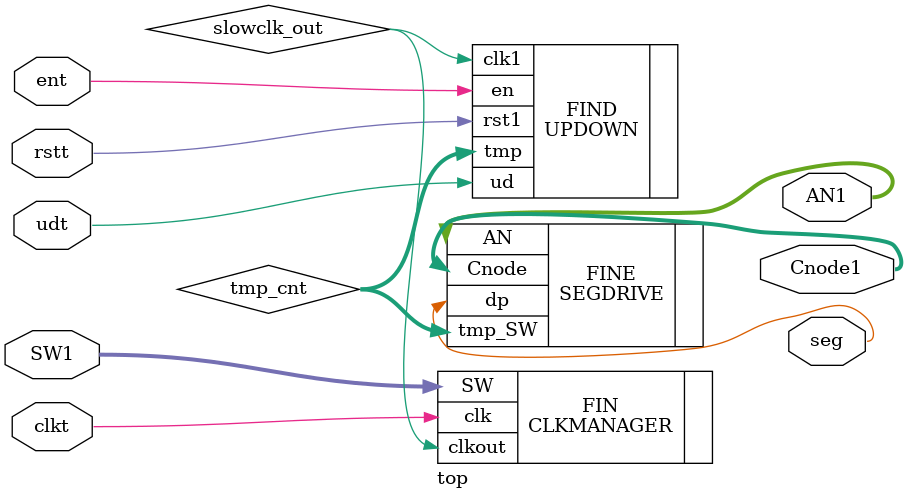
<source format=v>
`timescale 1ns / 1ps

module top(
    input clkt,
    input rstt,
    input ent,
    input [4:0] SW1,
    input udt,
    output seg,
    output [6:0] Cnode1,
    output [7:0] AN1
    );



    wire slowclk_out; 
     CLKMANAGER FIN(
     .clk(clkt),
     //.rst(rstt), 
     .SW(SW1),
     .clkout(slowclk_out)
    );
    
   
   wire [3:0] tmp_cnt; 
     UPDOWN FIND(
     .rst1(rstt),
     .en(ent),
     .clk1(slowclk_out), 
     .tmp(tmp_cnt),
     .ud(udt)
    );
    
 SEGDRIVE FINE(
   .tmp_SW(tmp_cnt),
   .Cnode(Cnode1),
   .dp(seg),
   .AN(AN1)
   );
       


endmodule
</source>
